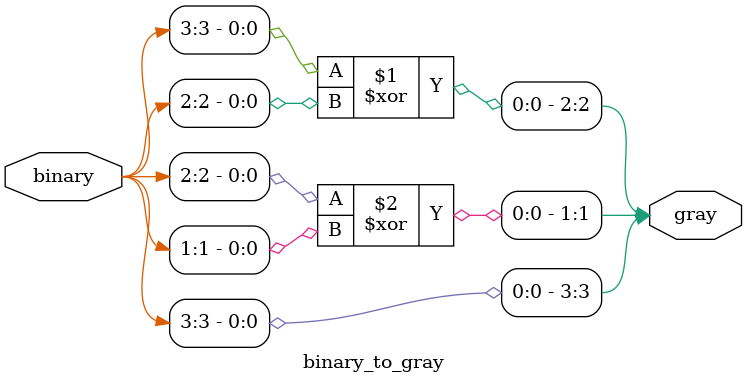
<source format=sv>
module binary_to_gray #(parameter WIDTH=4) 
    (input logic [WIDTH-1:0] binary, 
     output logic [WIDTH-1:0] gray);

  assign gray[WIDTH-1] = binary [WIDTH-1] ;
  
  genvar i;    
  generate
    for(i=1;i<WIDTH-1;i++) begin
      assign gray[WIDTH-i-1] = binary[WIDTH-i] ^ binary[WIDTH-i-1];
    end
  endgenerate
  
  assign gray[WIDTH-1] = binary[WIDTH-1];
  
endmodule

</source>
